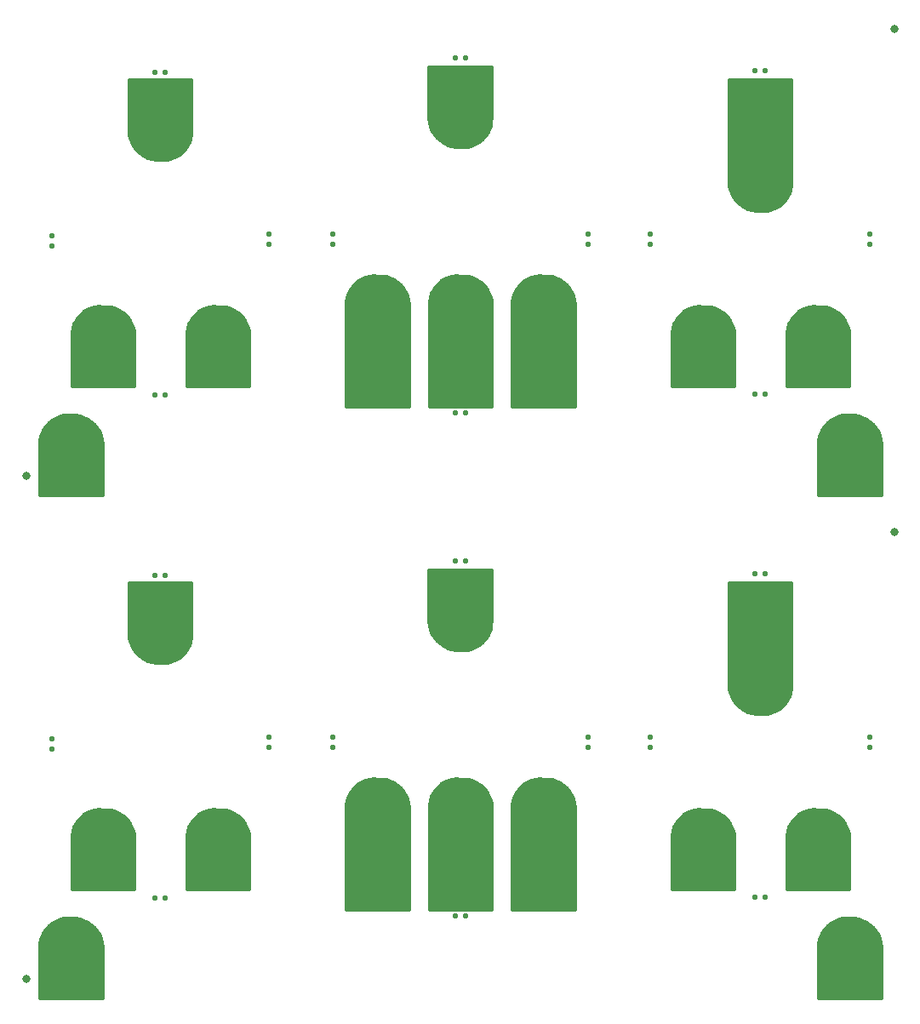
<source format=gbs>
G75*
%MOIN*%
%OFA0B0*%
%FSLAX25Y25*%
%IPPOS*%
%LPD*%
%AMOC8*
5,1,8,0,0,1.08239X$1,22.5*
%
%ADD10C,0.02300*%
%ADD11C,0.20800*%
%ADD12C,0.01000*%
%ADD13C,0.03300*%
D10*
X0089250Y0070250D03*
X0093250Y0070250D03*
X0133750Y0129250D03*
X0133750Y0133250D03*
X0158750Y0133250D03*
X0158750Y0129250D03*
X0206750Y0063250D03*
X0210750Y0063250D03*
X0258750Y0129250D03*
X0258750Y0133250D03*
X0283250Y0133250D03*
X0283250Y0129250D03*
X0324250Y0070750D03*
X0328250Y0070750D03*
X0369250Y0129250D03*
X0369250Y0133250D03*
X0328250Y0197250D03*
X0324250Y0197250D03*
X0324250Y0267750D03*
X0328250Y0267750D03*
X0369250Y0326250D03*
X0369250Y0330250D03*
X0328250Y0394250D03*
X0324250Y0394250D03*
X0283250Y0330250D03*
X0283250Y0326250D03*
X0258750Y0326250D03*
X0258750Y0330250D03*
X0210750Y0399250D03*
X0206750Y0399250D03*
X0158750Y0330250D03*
X0158750Y0326250D03*
X0133750Y0326250D03*
X0133750Y0330250D03*
X0093250Y0267250D03*
X0089250Y0267250D03*
X0048750Y0325750D03*
X0048750Y0329750D03*
X0089250Y0393750D03*
X0093250Y0393750D03*
X0206750Y0260250D03*
X0210750Y0260250D03*
X0210750Y0202250D03*
X0206750Y0202250D03*
X0093250Y0196750D03*
X0089250Y0196750D03*
X0048750Y0132750D03*
X0048750Y0128750D03*
D11*
X0068750Y0092750D03*
X0056250Y0050250D03*
X0113750Y0092750D03*
X0176250Y0081750D03*
X0176250Y0104750D03*
X0208750Y0104750D03*
X0208750Y0081750D03*
X0241250Y0081750D03*
X0241250Y0104750D03*
X0303750Y0092750D03*
X0348750Y0092750D03*
X0361250Y0050250D03*
X0326250Y0154750D03*
X0326250Y0177750D03*
X0361250Y0247250D03*
X0348750Y0289750D03*
X0303750Y0289750D03*
X0241250Y0278750D03*
X0241250Y0301750D03*
X0208750Y0301750D03*
X0208750Y0278750D03*
X0176250Y0278750D03*
X0176250Y0301750D03*
X0113750Y0289750D03*
X0068750Y0289750D03*
X0056250Y0247250D03*
X0091250Y0174750D03*
X0208750Y0179750D03*
X0326250Y0351750D03*
X0326250Y0374750D03*
X0208750Y0376750D03*
X0091250Y0371750D03*
D12*
X0103550Y0372238D02*
X0078750Y0372238D01*
X0078750Y0373236D02*
X0103550Y0373236D01*
X0103550Y0374235D02*
X0078750Y0374235D01*
X0078750Y0375233D02*
X0103550Y0375233D01*
X0103550Y0376232D02*
X0078750Y0376232D01*
X0078750Y0377230D02*
X0103550Y0377230D01*
X0103550Y0378229D02*
X0078750Y0378229D01*
X0078750Y0379227D02*
X0103550Y0379227D01*
X0103550Y0380226D02*
X0078750Y0380226D01*
X0078750Y0381224D02*
X0103550Y0381224D01*
X0103550Y0382223D02*
X0078750Y0382223D01*
X0078750Y0383222D02*
X0103550Y0383222D01*
X0103550Y0384220D02*
X0078750Y0384220D01*
X0078750Y0385219D02*
X0103550Y0385219D01*
X0103550Y0386217D02*
X0078750Y0386217D01*
X0078750Y0387216D02*
X0103550Y0387216D01*
X0103550Y0388214D02*
X0078750Y0388214D01*
X0078750Y0389213D02*
X0103550Y0389213D01*
X0103550Y0390211D02*
X0078750Y0390211D01*
X0078750Y0390950D02*
X0078750Y0370550D01*
X0078955Y0368877D01*
X0079397Y0367250D01*
X0080066Y0365702D01*
X0080948Y0364266D01*
X0082025Y0362969D01*
X0083276Y0361839D01*
X0084675Y0360899D01*
X0086194Y0360167D01*
X0087801Y0359659D01*
X0089465Y0359385D01*
X0091150Y0359350D01*
X0092750Y0359304D01*
X0094340Y0359484D01*
X0095889Y0359888D01*
X0097365Y0360507D01*
X0098738Y0361329D01*
X0099982Y0362337D01*
X0101070Y0363510D01*
X0101981Y0364826D01*
X0102697Y0366257D01*
X0103203Y0367776D01*
X0103490Y0369351D01*
X0103550Y0370950D01*
X0103550Y0390950D01*
X0078750Y0390950D01*
X0078750Y0371239D02*
X0103550Y0371239D01*
X0103523Y0370241D02*
X0078788Y0370241D01*
X0078911Y0369242D02*
X0103470Y0369242D01*
X0103288Y0368244D02*
X0079127Y0368244D01*
X0079399Y0367245D02*
X0103027Y0367245D01*
X0102692Y0366247D02*
X0079830Y0366247D01*
X0080344Y0365248D02*
X0102193Y0365248D01*
X0101582Y0364250D02*
X0080961Y0364250D01*
X0081791Y0363251D02*
X0100830Y0363251D01*
X0099878Y0362253D02*
X0082818Y0362253D01*
X0084146Y0361254D02*
X0098614Y0361254D01*
X0096765Y0360256D02*
X0086010Y0360256D01*
X0072199Y0301841D02*
X0073806Y0301333D01*
X0075325Y0300601D01*
X0076724Y0299661D01*
X0077975Y0298531D01*
X0079052Y0297234D01*
X0079934Y0295798D01*
X0080603Y0294250D01*
X0081045Y0292623D01*
X0081250Y0290950D01*
X0081250Y0270550D01*
X0056450Y0270550D01*
X0056450Y0290550D01*
X0056510Y0292149D01*
X0056797Y0293724D01*
X0057303Y0295243D01*
X0058019Y0296674D01*
X0058930Y0297990D01*
X0060018Y0299163D01*
X0061262Y0300171D01*
X0062635Y0300993D01*
X0064111Y0301612D01*
X0065660Y0302016D01*
X0067250Y0302196D01*
X0068850Y0302150D01*
X0070535Y0302115D01*
X0072199Y0301841D01*
X0073772Y0301344D02*
X0063472Y0301344D01*
X0061552Y0300345D02*
X0075706Y0300345D01*
X0077072Y0299347D02*
X0060244Y0299347D01*
X0059262Y0298348D02*
X0078127Y0298348D01*
X0078957Y0297350D02*
X0058486Y0297350D01*
X0057857Y0296351D02*
X0079595Y0296351D01*
X0080127Y0295353D02*
X0057358Y0295353D01*
X0057006Y0294354D02*
X0080558Y0294354D01*
X0080846Y0293355D02*
X0056730Y0293355D01*
X0056548Y0292357D02*
X0081077Y0292357D01*
X0081200Y0291358D02*
X0056481Y0291358D01*
X0056450Y0290360D02*
X0081250Y0290360D01*
X0081250Y0289361D02*
X0056450Y0289361D01*
X0056450Y0288363D02*
X0081250Y0288363D01*
X0081250Y0287364D02*
X0056450Y0287364D01*
X0056450Y0286366D02*
X0081250Y0286366D01*
X0081250Y0285367D02*
X0056450Y0285367D01*
X0056450Y0284369D02*
X0081250Y0284369D01*
X0081250Y0283370D02*
X0056450Y0283370D01*
X0056450Y0282372D02*
X0081250Y0282372D01*
X0081250Y0281373D02*
X0056450Y0281373D01*
X0056450Y0280375D02*
X0081250Y0280375D01*
X0081250Y0279376D02*
X0056450Y0279376D01*
X0056450Y0278378D02*
X0081250Y0278378D01*
X0081250Y0277379D02*
X0056450Y0277379D01*
X0056450Y0276381D02*
X0081250Y0276381D01*
X0081250Y0275382D02*
X0056450Y0275382D01*
X0056450Y0274384D02*
X0081250Y0274384D01*
X0081250Y0273385D02*
X0056450Y0273385D01*
X0056450Y0272387D02*
X0081250Y0272387D01*
X0081250Y0271388D02*
X0056450Y0271388D01*
X0056350Y0259650D02*
X0058035Y0259615D01*
X0059699Y0259341D01*
X0061306Y0258833D01*
X0062825Y0258101D01*
X0064224Y0257161D01*
X0065475Y0256031D01*
X0066552Y0254734D01*
X0067434Y0253298D01*
X0068103Y0251750D01*
X0068545Y0250123D01*
X0068750Y0248450D01*
X0068750Y0228050D01*
X0043950Y0228050D01*
X0043950Y0248050D01*
X0044010Y0249649D01*
X0044297Y0251224D01*
X0044803Y0252743D01*
X0045519Y0254174D01*
X0046430Y0255490D01*
X0047518Y0256663D01*
X0048762Y0257671D01*
X0050135Y0258493D01*
X0051611Y0259112D01*
X0053160Y0259516D01*
X0054750Y0259696D01*
X0056350Y0259650D01*
X0059304Y0259406D02*
X0052740Y0259406D01*
X0049993Y0258408D02*
X0062189Y0258408D01*
X0063854Y0257409D02*
X0048438Y0257409D01*
X0047284Y0256411D02*
X0065054Y0256411D01*
X0065989Y0255412D02*
X0046376Y0255412D01*
X0045684Y0254414D02*
X0066749Y0254414D01*
X0067362Y0253415D02*
X0045139Y0253415D01*
X0044694Y0252417D02*
X0067815Y0252417D01*
X0068193Y0251418D02*
X0044361Y0251418D01*
X0044150Y0250420D02*
X0068464Y0250420D01*
X0068631Y0249421D02*
X0044002Y0249421D01*
X0043964Y0248422D02*
X0068750Y0248422D01*
X0068750Y0247424D02*
X0043950Y0247424D01*
X0043950Y0246425D02*
X0068750Y0246425D01*
X0068750Y0245427D02*
X0043950Y0245427D01*
X0043950Y0244428D02*
X0068750Y0244428D01*
X0068750Y0243430D02*
X0043950Y0243430D01*
X0043950Y0242431D02*
X0068750Y0242431D01*
X0068750Y0241433D02*
X0043950Y0241433D01*
X0043950Y0240434D02*
X0068750Y0240434D01*
X0068750Y0239436D02*
X0043950Y0239436D01*
X0043950Y0238437D02*
X0068750Y0238437D01*
X0068750Y0237439D02*
X0043950Y0237439D01*
X0043950Y0236440D02*
X0068750Y0236440D01*
X0068750Y0235442D02*
X0043950Y0235442D01*
X0043950Y0234443D02*
X0068750Y0234443D01*
X0068750Y0233445D02*
X0043950Y0233445D01*
X0043950Y0232446D02*
X0068750Y0232446D01*
X0068750Y0231448D02*
X0043950Y0231448D01*
X0043950Y0230449D02*
X0068750Y0230449D01*
X0068750Y0229451D02*
X0043950Y0229451D01*
X0043950Y0228452D02*
X0068750Y0228452D01*
X0078750Y0193950D02*
X0078750Y0173550D01*
X0078955Y0171877D01*
X0079397Y0170250D01*
X0080066Y0168702D01*
X0080948Y0167266D01*
X0082025Y0165969D01*
X0083276Y0164839D01*
X0084675Y0163899D01*
X0086194Y0163167D01*
X0087801Y0162659D01*
X0089465Y0162385D01*
X0091150Y0162350D01*
X0092750Y0162304D01*
X0094340Y0162484D01*
X0095889Y0162888D01*
X0097365Y0163507D01*
X0098738Y0164329D01*
X0099982Y0165337D01*
X0101070Y0166510D01*
X0101981Y0167826D01*
X0102697Y0169257D01*
X0103203Y0170776D01*
X0103490Y0172351D01*
X0103550Y0173950D01*
X0103550Y0193950D01*
X0078750Y0193950D01*
X0078750Y0193504D02*
X0103550Y0193504D01*
X0103550Y0192506D02*
X0078750Y0192506D01*
X0078750Y0191507D02*
X0103550Y0191507D01*
X0103550Y0190509D02*
X0078750Y0190509D01*
X0078750Y0189510D02*
X0103550Y0189510D01*
X0103550Y0188512D02*
X0078750Y0188512D01*
X0078750Y0187513D02*
X0103550Y0187513D01*
X0103550Y0186515D02*
X0078750Y0186515D01*
X0078750Y0185516D02*
X0103550Y0185516D01*
X0103550Y0184518D02*
X0078750Y0184518D01*
X0078750Y0183519D02*
X0103550Y0183519D01*
X0103550Y0182521D02*
X0078750Y0182521D01*
X0078750Y0181522D02*
X0103550Y0181522D01*
X0103550Y0180524D02*
X0078750Y0180524D01*
X0078750Y0179525D02*
X0103550Y0179525D01*
X0103550Y0178527D02*
X0078750Y0178527D01*
X0078750Y0177528D02*
X0103550Y0177528D01*
X0103550Y0176530D02*
X0078750Y0176530D01*
X0078750Y0175531D02*
X0103550Y0175531D01*
X0103550Y0174533D02*
X0078750Y0174533D01*
X0078752Y0173534D02*
X0103534Y0173534D01*
X0103497Y0172536D02*
X0078875Y0172536D01*
X0079048Y0171537D02*
X0103342Y0171537D01*
X0103124Y0170539D02*
X0079319Y0170539D01*
X0079704Y0169540D02*
X0102792Y0169540D01*
X0102339Y0168542D02*
X0080164Y0168542D01*
X0080777Y0167543D02*
X0101786Y0167543D01*
X0101094Y0166545D02*
X0081547Y0166545D01*
X0082494Y0165546D02*
X0100176Y0165546D01*
X0099008Y0164548D02*
X0083710Y0164548D01*
X0085401Y0163549D02*
X0097435Y0163549D01*
X0094594Y0162551D02*
X0088459Y0162551D01*
X0072199Y0104841D02*
X0073806Y0104333D01*
X0075325Y0103601D01*
X0076724Y0102661D01*
X0077975Y0101531D01*
X0079052Y0100234D01*
X0079934Y0098798D01*
X0080603Y0097250D01*
X0081045Y0095623D01*
X0081250Y0093950D01*
X0081250Y0073550D01*
X0056450Y0073550D01*
X0056450Y0093550D01*
X0056510Y0095149D01*
X0056797Y0096724D01*
X0057303Y0098243D01*
X0058019Y0099674D01*
X0058930Y0100990D01*
X0060018Y0102163D01*
X0061262Y0103171D01*
X0062635Y0103993D01*
X0064111Y0104612D01*
X0065660Y0105016D01*
X0067250Y0105196D01*
X0068850Y0105150D01*
X0070535Y0105115D01*
X0072199Y0104841D01*
X0072845Y0104637D02*
X0064207Y0104637D01*
X0062043Y0103638D02*
X0075248Y0103638D01*
X0076747Y0102640D02*
X0060606Y0102640D01*
X0059534Y0101641D02*
X0077853Y0101641D01*
X0078713Y0100643D02*
X0058690Y0100643D01*
X0058004Y0099644D02*
X0079415Y0099644D01*
X0080000Y0098646D02*
X0057504Y0098646D01*
X0057104Y0097647D02*
X0080431Y0097647D01*
X0080766Y0096649D02*
X0056783Y0096649D01*
X0056601Y0095650D02*
X0081037Y0095650D01*
X0081164Y0094652D02*
X0056492Y0094652D01*
X0056454Y0093653D02*
X0081250Y0093653D01*
X0081250Y0092655D02*
X0056450Y0092655D01*
X0056450Y0091656D02*
X0081250Y0091656D01*
X0081250Y0090658D02*
X0056450Y0090658D01*
X0056450Y0089659D02*
X0081250Y0089659D01*
X0081250Y0088661D02*
X0056450Y0088661D01*
X0056450Y0087662D02*
X0081250Y0087662D01*
X0081250Y0086664D02*
X0056450Y0086664D01*
X0056450Y0085665D02*
X0081250Y0085665D01*
X0081250Y0084667D02*
X0056450Y0084667D01*
X0056450Y0083668D02*
X0081250Y0083668D01*
X0081250Y0082670D02*
X0056450Y0082670D01*
X0056450Y0081671D02*
X0081250Y0081671D01*
X0081250Y0080673D02*
X0056450Y0080673D01*
X0056450Y0079674D02*
X0081250Y0079674D01*
X0081250Y0078676D02*
X0056450Y0078676D01*
X0056450Y0077677D02*
X0081250Y0077677D01*
X0081250Y0076679D02*
X0056450Y0076679D01*
X0056450Y0075680D02*
X0081250Y0075680D01*
X0081250Y0074682D02*
X0056450Y0074682D01*
X0056450Y0073683D02*
X0081250Y0073683D01*
X0065475Y0059031D02*
X0066552Y0057734D01*
X0067434Y0056298D01*
X0068103Y0054750D01*
X0068545Y0053123D01*
X0068750Y0051450D01*
X0068750Y0031050D01*
X0043950Y0031050D01*
X0043950Y0051050D01*
X0044010Y0052649D01*
X0044297Y0054224D01*
X0044803Y0055743D01*
X0045519Y0057174D01*
X0046430Y0058490D01*
X0047518Y0059663D01*
X0048762Y0060671D01*
X0050135Y0061493D01*
X0051611Y0062112D01*
X0053160Y0062516D01*
X0054750Y0062696D01*
X0056350Y0062650D01*
X0058035Y0062615D01*
X0059699Y0062341D01*
X0061306Y0061833D01*
X0062825Y0061101D01*
X0064224Y0060161D01*
X0065475Y0059031D01*
X0065745Y0058705D02*
X0046630Y0058705D01*
X0045888Y0057707D02*
X0066569Y0057707D01*
X0067182Y0056708D02*
X0045286Y0056708D01*
X0044792Y0055710D02*
X0067688Y0055710D01*
X0068114Y0054711D02*
X0044459Y0054711D01*
X0044204Y0053713D02*
X0068384Y0053713D01*
X0068595Y0052714D02*
X0044022Y0052714D01*
X0043975Y0051716D02*
X0068717Y0051716D01*
X0068750Y0050717D02*
X0043950Y0050717D01*
X0043950Y0049719D02*
X0068750Y0049719D01*
X0068750Y0048720D02*
X0043950Y0048720D01*
X0043950Y0047722D02*
X0068750Y0047722D01*
X0068750Y0046723D02*
X0043950Y0046723D01*
X0043950Y0045725D02*
X0068750Y0045725D01*
X0068750Y0044726D02*
X0043950Y0044726D01*
X0043950Y0043728D02*
X0068750Y0043728D01*
X0068750Y0042729D02*
X0043950Y0042729D01*
X0043950Y0041731D02*
X0068750Y0041731D01*
X0068750Y0040732D02*
X0043950Y0040732D01*
X0043950Y0039734D02*
X0068750Y0039734D01*
X0068750Y0038735D02*
X0043950Y0038735D01*
X0043950Y0037737D02*
X0068750Y0037737D01*
X0068750Y0036738D02*
X0043950Y0036738D01*
X0043950Y0035740D02*
X0068750Y0035740D01*
X0068750Y0034741D02*
X0043950Y0034741D01*
X0043950Y0033743D02*
X0068750Y0033743D01*
X0068750Y0032744D02*
X0043950Y0032744D01*
X0043950Y0031746D02*
X0068750Y0031746D01*
X0064730Y0059704D02*
X0047568Y0059704D01*
X0048814Y0060702D02*
X0063418Y0060702D01*
X0061580Y0061701D02*
X0050631Y0061701D01*
X0101450Y0073550D02*
X0101450Y0093550D01*
X0101510Y0095149D01*
X0101797Y0096724D01*
X0102303Y0098243D01*
X0103019Y0099674D01*
X0103930Y0100990D01*
X0105018Y0102163D01*
X0106262Y0103171D01*
X0107635Y0103993D01*
X0109111Y0104612D01*
X0110660Y0105016D01*
X0112250Y0105196D01*
X0113850Y0105150D01*
X0115535Y0105115D01*
X0117199Y0104841D01*
X0118806Y0104333D01*
X0120325Y0103601D01*
X0121724Y0102661D01*
X0122975Y0101531D01*
X0124052Y0100234D01*
X0124934Y0098798D01*
X0125603Y0097250D01*
X0126045Y0095623D01*
X0126250Y0093950D01*
X0126250Y0073550D01*
X0101450Y0073550D01*
X0101450Y0073683D02*
X0126250Y0073683D01*
X0126250Y0074682D02*
X0101450Y0074682D01*
X0101450Y0075680D02*
X0126250Y0075680D01*
X0126250Y0076679D02*
X0101450Y0076679D01*
X0101450Y0077677D02*
X0126250Y0077677D01*
X0126250Y0078676D02*
X0101450Y0078676D01*
X0101450Y0079674D02*
X0126250Y0079674D01*
X0126250Y0080673D02*
X0101450Y0080673D01*
X0101450Y0081671D02*
X0126250Y0081671D01*
X0126250Y0082670D02*
X0101450Y0082670D01*
X0101450Y0083668D02*
X0126250Y0083668D01*
X0126250Y0084667D02*
X0101450Y0084667D01*
X0101450Y0085665D02*
X0126250Y0085665D01*
X0126250Y0086664D02*
X0101450Y0086664D01*
X0101450Y0087662D02*
X0126250Y0087662D01*
X0126250Y0088661D02*
X0101450Y0088661D01*
X0101450Y0089659D02*
X0126250Y0089659D01*
X0126250Y0090658D02*
X0101450Y0090658D01*
X0101450Y0091656D02*
X0126250Y0091656D01*
X0126250Y0092655D02*
X0101450Y0092655D01*
X0101454Y0093653D02*
X0126250Y0093653D01*
X0126164Y0094652D02*
X0101492Y0094652D01*
X0101601Y0095650D02*
X0126037Y0095650D01*
X0125766Y0096649D02*
X0101783Y0096649D01*
X0102104Y0097647D02*
X0125431Y0097647D01*
X0125000Y0098646D02*
X0102504Y0098646D01*
X0103004Y0099644D02*
X0124415Y0099644D01*
X0123713Y0100643D02*
X0103690Y0100643D01*
X0104534Y0101641D02*
X0122853Y0101641D01*
X0121747Y0102640D02*
X0105606Y0102640D01*
X0107043Y0103638D02*
X0120248Y0103638D01*
X0117845Y0104637D02*
X0109207Y0104637D01*
X0163950Y0104637D02*
X0188750Y0104637D01*
X0188750Y0105635D02*
X0163953Y0105635D01*
X0163950Y0105550D02*
X0164010Y0107149D01*
X0164297Y0108724D01*
X0164803Y0110243D01*
X0165519Y0111674D01*
X0166430Y0112990D01*
X0167518Y0114163D01*
X0168762Y0115171D01*
X0170135Y0115993D01*
X0171611Y0116612D01*
X0173160Y0117016D01*
X0174750Y0117196D01*
X0176350Y0117150D01*
X0178035Y0117115D01*
X0179699Y0116841D01*
X0181306Y0116333D01*
X0182825Y0115601D01*
X0184224Y0114661D01*
X0185475Y0113531D01*
X0186552Y0112234D01*
X0187434Y0110798D01*
X0188103Y0109250D01*
X0188545Y0107623D01*
X0188750Y0105950D01*
X0188750Y0065550D01*
X0163950Y0065550D01*
X0163950Y0105550D01*
X0163991Y0106634D02*
X0188666Y0106634D01*
X0188542Y0107632D02*
X0164098Y0107632D01*
X0164280Y0108631D02*
X0188271Y0108631D01*
X0187939Y0109629D02*
X0164598Y0109629D01*
X0164995Y0110628D02*
X0187508Y0110628D01*
X0186926Y0111626D02*
X0165495Y0111626D01*
X0166177Y0112625D02*
X0186228Y0112625D01*
X0185372Y0113623D02*
X0167017Y0113623D01*
X0168084Y0114622D02*
X0184267Y0114622D01*
X0182785Y0115620D02*
X0169513Y0115620D01*
X0171639Y0116619D02*
X0180401Y0116619D01*
X0188750Y0103638D02*
X0163950Y0103638D01*
X0163950Y0102640D02*
X0188750Y0102640D01*
X0188750Y0101641D02*
X0163950Y0101641D01*
X0163950Y0100643D02*
X0188750Y0100643D01*
X0188750Y0099644D02*
X0163950Y0099644D01*
X0163950Y0098646D02*
X0188750Y0098646D01*
X0188750Y0097647D02*
X0163950Y0097647D01*
X0163950Y0096649D02*
X0188750Y0096649D01*
X0188750Y0095650D02*
X0163950Y0095650D01*
X0163950Y0094652D02*
X0188750Y0094652D01*
X0188750Y0093653D02*
X0163950Y0093653D01*
X0163950Y0092655D02*
X0188750Y0092655D01*
X0188750Y0091656D02*
X0163950Y0091656D01*
X0163950Y0090658D02*
X0188750Y0090658D01*
X0188750Y0089659D02*
X0163950Y0089659D01*
X0163950Y0088661D02*
X0188750Y0088661D01*
X0188750Y0087662D02*
X0163950Y0087662D01*
X0163950Y0086664D02*
X0188750Y0086664D01*
X0188750Y0085665D02*
X0163950Y0085665D01*
X0163950Y0084667D02*
X0188750Y0084667D01*
X0188750Y0083668D02*
X0163950Y0083668D01*
X0163950Y0082670D02*
X0188750Y0082670D01*
X0188750Y0081671D02*
X0163950Y0081671D01*
X0163950Y0080673D02*
X0188750Y0080673D01*
X0188750Y0079674D02*
X0163950Y0079674D01*
X0163950Y0078676D02*
X0188750Y0078676D01*
X0188750Y0077677D02*
X0163950Y0077677D01*
X0163950Y0076679D02*
X0188750Y0076679D01*
X0188750Y0075680D02*
X0163950Y0075680D01*
X0163950Y0074682D02*
X0188750Y0074682D01*
X0188750Y0073683D02*
X0163950Y0073683D01*
X0163950Y0072684D02*
X0188750Y0072684D01*
X0188750Y0071686D02*
X0163950Y0071686D01*
X0163950Y0070687D02*
X0188750Y0070687D01*
X0188750Y0069689D02*
X0163950Y0069689D01*
X0163950Y0068690D02*
X0188750Y0068690D01*
X0188750Y0067692D02*
X0163950Y0067692D01*
X0163950Y0066693D02*
X0188750Y0066693D01*
X0188750Y0065695D02*
X0163950Y0065695D01*
X0196450Y0065695D02*
X0221250Y0065695D01*
X0221250Y0065550D02*
X0221250Y0105950D01*
X0221045Y0107623D01*
X0220603Y0109250D01*
X0219934Y0110798D01*
X0219052Y0112234D01*
X0217975Y0113531D01*
X0216724Y0114661D01*
X0215325Y0115601D01*
X0213806Y0116333D01*
X0212199Y0116841D01*
X0210535Y0117115D01*
X0208850Y0117150D01*
X0207250Y0117196D01*
X0205660Y0117016D01*
X0204111Y0116612D01*
X0202635Y0115993D01*
X0201262Y0115171D01*
X0200018Y0114163D01*
X0198930Y0112990D01*
X0198019Y0111674D01*
X0197303Y0110243D01*
X0196797Y0108724D01*
X0196510Y0107149D01*
X0196450Y0105550D01*
X0196450Y0065550D01*
X0221250Y0065550D01*
X0221250Y0066693D02*
X0196450Y0066693D01*
X0196450Y0067692D02*
X0221250Y0067692D01*
X0221250Y0068690D02*
X0196450Y0068690D01*
X0196450Y0069689D02*
X0221250Y0069689D01*
X0221250Y0070687D02*
X0196450Y0070687D01*
X0196450Y0071686D02*
X0221250Y0071686D01*
X0221250Y0072684D02*
X0196450Y0072684D01*
X0196450Y0073683D02*
X0221250Y0073683D01*
X0221250Y0074682D02*
X0196450Y0074682D01*
X0196450Y0075680D02*
X0221250Y0075680D01*
X0221250Y0076679D02*
X0196450Y0076679D01*
X0196450Y0077677D02*
X0221250Y0077677D01*
X0221250Y0078676D02*
X0196450Y0078676D01*
X0196450Y0079674D02*
X0221250Y0079674D01*
X0221250Y0080673D02*
X0196450Y0080673D01*
X0196450Y0081671D02*
X0221250Y0081671D01*
X0221250Y0082670D02*
X0196450Y0082670D01*
X0196450Y0083668D02*
X0221250Y0083668D01*
X0221250Y0084667D02*
X0196450Y0084667D01*
X0196450Y0085665D02*
X0221250Y0085665D01*
X0221250Y0086664D02*
X0196450Y0086664D01*
X0196450Y0087662D02*
X0221250Y0087662D01*
X0221250Y0088661D02*
X0196450Y0088661D01*
X0196450Y0089659D02*
X0221250Y0089659D01*
X0221250Y0090658D02*
X0196450Y0090658D01*
X0196450Y0091656D02*
X0221250Y0091656D01*
X0221250Y0092655D02*
X0196450Y0092655D01*
X0196450Y0093653D02*
X0221250Y0093653D01*
X0221250Y0094652D02*
X0196450Y0094652D01*
X0196450Y0095650D02*
X0221250Y0095650D01*
X0221250Y0096649D02*
X0196450Y0096649D01*
X0196450Y0097647D02*
X0221250Y0097647D01*
X0221250Y0098646D02*
X0196450Y0098646D01*
X0196450Y0099644D02*
X0221250Y0099644D01*
X0221250Y0100643D02*
X0196450Y0100643D01*
X0196450Y0101641D02*
X0221250Y0101641D01*
X0221250Y0102640D02*
X0196450Y0102640D01*
X0196450Y0103638D02*
X0221250Y0103638D01*
X0221250Y0104637D02*
X0196450Y0104637D01*
X0196453Y0105635D02*
X0221250Y0105635D01*
X0221166Y0106634D02*
X0196491Y0106634D01*
X0196598Y0107632D02*
X0221042Y0107632D01*
X0220771Y0108631D02*
X0196780Y0108631D01*
X0197098Y0109629D02*
X0220439Y0109629D01*
X0220008Y0110628D02*
X0197495Y0110628D01*
X0197995Y0111626D02*
X0219426Y0111626D01*
X0218728Y0112625D02*
X0198677Y0112625D01*
X0199517Y0113623D02*
X0217872Y0113623D01*
X0216767Y0114622D02*
X0200584Y0114622D01*
X0202013Y0115620D02*
X0215285Y0115620D01*
X0212901Y0116619D02*
X0204139Y0116619D01*
X0229297Y0108724D02*
X0229010Y0107149D01*
X0228950Y0105550D01*
X0228950Y0065550D01*
X0253750Y0065550D01*
X0253750Y0105950D01*
X0253545Y0107623D01*
X0253103Y0109250D01*
X0252434Y0110798D01*
X0251552Y0112234D01*
X0250475Y0113531D01*
X0249224Y0114661D01*
X0247825Y0115601D01*
X0246306Y0116333D01*
X0244699Y0116841D01*
X0243035Y0117115D01*
X0241350Y0117150D01*
X0239750Y0117196D01*
X0238160Y0117016D01*
X0236611Y0116612D01*
X0235135Y0115993D01*
X0233762Y0115171D01*
X0232518Y0114163D01*
X0231430Y0112990D01*
X0230519Y0111674D01*
X0229803Y0110243D01*
X0229297Y0108724D01*
X0229280Y0108631D02*
X0253271Y0108631D01*
X0253542Y0107632D02*
X0229098Y0107632D01*
X0228991Y0106634D02*
X0253666Y0106634D01*
X0253750Y0105635D02*
X0228953Y0105635D01*
X0228950Y0104637D02*
X0253750Y0104637D01*
X0253750Y0103638D02*
X0228950Y0103638D01*
X0228950Y0102640D02*
X0253750Y0102640D01*
X0253750Y0101641D02*
X0228950Y0101641D01*
X0228950Y0100643D02*
X0253750Y0100643D01*
X0253750Y0099644D02*
X0228950Y0099644D01*
X0228950Y0098646D02*
X0253750Y0098646D01*
X0253750Y0097647D02*
X0228950Y0097647D01*
X0228950Y0096649D02*
X0253750Y0096649D01*
X0253750Y0095650D02*
X0228950Y0095650D01*
X0228950Y0094652D02*
X0253750Y0094652D01*
X0253750Y0093653D02*
X0228950Y0093653D01*
X0228950Y0092655D02*
X0253750Y0092655D01*
X0253750Y0091656D02*
X0228950Y0091656D01*
X0228950Y0090658D02*
X0253750Y0090658D01*
X0253750Y0089659D02*
X0228950Y0089659D01*
X0228950Y0088661D02*
X0253750Y0088661D01*
X0253750Y0087662D02*
X0228950Y0087662D01*
X0228950Y0086664D02*
X0253750Y0086664D01*
X0253750Y0085665D02*
X0228950Y0085665D01*
X0228950Y0084667D02*
X0253750Y0084667D01*
X0253750Y0083668D02*
X0228950Y0083668D01*
X0228950Y0082670D02*
X0253750Y0082670D01*
X0253750Y0081671D02*
X0228950Y0081671D01*
X0228950Y0080673D02*
X0253750Y0080673D01*
X0253750Y0079674D02*
X0228950Y0079674D01*
X0228950Y0078676D02*
X0253750Y0078676D01*
X0253750Y0077677D02*
X0228950Y0077677D01*
X0228950Y0076679D02*
X0253750Y0076679D01*
X0253750Y0075680D02*
X0228950Y0075680D01*
X0228950Y0074682D02*
X0253750Y0074682D01*
X0253750Y0073683D02*
X0228950Y0073683D01*
X0228950Y0072684D02*
X0253750Y0072684D01*
X0253750Y0071686D02*
X0228950Y0071686D01*
X0228950Y0070687D02*
X0253750Y0070687D01*
X0253750Y0069689D02*
X0228950Y0069689D01*
X0228950Y0068690D02*
X0253750Y0068690D01*
X0253750Y0067692D02*
X0228950Y0067692D01*
X0228950Y0066693D02*
X0253750Y0066693D01*
X0253750Y0065695D02*
X0228950Y0065695D01*
X0229598Y0109629D02*
X0252939Y0109629D01*
X0252508Y0110628D02*
X0229995Y0110628D01*
X0230495Y0111626D02*
X0251926Y0111626D01*
X0251228Y0112625D02*
X0231177Y0112625D01*
X0232017Y0113623D02*
X0250372Y0113623D01*
X0249267Y0114622D02*
X0233084Y0114622D01*
X0234513Y0115620D02*
X0247785Y0115620D01*
X0245401Y0116619D02*
X0236639Y0116619D01*
X0214865Y0168507D02*
X0213389Y0167888D01*
X0211840Y0167484D01*
X0210250Y0167304D01*
X0208650Y0167350D01*
X0206965Y0167385D01*
X0205301Y0167659D01*
X0203694Y0168167D01*
X0202175Y0168899D01*
X0200776Y0169839D01*
X0199525Y0170969D01*
X0198448Y0172266D01*
X0197566Y0173702D01*
X0196897Y0175250D01*
X0196455Y0176877D01*
X0196250Y0178550D01*
X0196250Y0198950D01*
X0221050Y0198950D01*
X0221050Y0178950D01*
X0220990Y0177351D01*
X0220703Y0175776D01*
X0220197Y0174257D01*
X0219481Y0172826D01*
X0218570Y0171510D01*
X0217482Y0170337D01*
X0216238Y0169329D01*
X0214865Y0168507D01*
X0214922Y0168542D02*
X0202917Y0168542D01*
X0201221Y0169540D02*
X0216499Y0169540D01*
X0217669Y0170539D02*
X0200002Y0170539D01*
X0199053Y0171537D02*
X0218589Y0171537D01*
X0219280Y0172536D02*
X0198282Y0172536D01*
X0197669Y0173534D02*
X0219836Y0173534D01*
X0220289Y0174533D02*
X0197207Y0174533D01*
X0196821Y0175531D02*
X0220622Y0175531D01*
X0220840Y0176530D02*
X0196550Y0176530D01*
X0196376Y0177528D02*
X0220996Y0177528D01*
X0221034Y0178527D02*
X0196253Y0178527D01*
X0196250Y0179525D02*
X0221050Y0179525D01*
X0221050Y0180524D02*
X0196250Y0180524D01*
X0196250Y0181522D02*
X0221050Y0181522D01*
X0221050Y0182521D02*
X0196250Y0182521D01*
X0196250Y0183519D02*
X0221050Y0183519D01*
X0221050Y0184518D02*
X0196250Y0184518D01*
X0196250Y0185516D02*
X0221050Y0185516D01*
X0221050Y0186515D02*
X0196250Y0186515D01*
X0196250Y0187513D02*
X0221050Y0187513D01*
X0221050Y0188512D02*
X0196250Y0188512D01*
X0196250Y0189510D02*
X0221050Y0189510D01*
X0221050Y0190509D02*
X0196250Y0190509D01*
X0196250Y0191507D02*
X0221050Y0191507D01*
X0221050Y0192506D02*
X0196250Y0192506D01*
X0196250Y0193504D02*
X0221050Y0193504D01*
X0221050Y0194503D02*
X0196250Y0194503D01*
X0196250Y0195501D02*
X0221050Y0195501D01*
X0221050Y0196500D02*
X0196250Y0196500D01*
X0196250Y0197498D02*
X0221050Y0197498D01*
X0221050Y0198497D02*
X0196250Y0198497D01*
X0206004Y0167543D02*
X0212065Y0167543D01*
X0293930Y0100990D02*
X0295018Y0102163D01*
X0296262Y0103171D01*
X0297635Y0103993D01*
X0299111Y0104612D01*
X0300660Y0105016D01*
X0302250Y0105196D01*
X0303850Y0105150D01*
X0305535Y0105115D01*
X0307199Y0104841D01*
X0308806Y0104333D01*
X0310325Y0103601D01*
X0311724Y0102661D01*
X0312975Y0101531D01*
X0314052Y0100234D01*
X0314934Y0098798D01*
X0315603Y0097250D01*
X0316045Y0095623D01*
X0316250Y0093950D01*
X0316250Y0073550D01*
X0291450Y0073550D01*
X0291450Y0093550D01*
X0291510Y0095149D01*
X0291797Y0096724D01*
X0292303Y0098243D01*
X0293019Y0099674D01*
X0293930Y0100990D01*
X0293690Y0100643D02*
X0313713Y0100643D01*
X0314415Y0099644D02*
X0293004Y0099644D01*
X0292504Y0098646D02*
X0315000Y0098646D01*
X0315431Y0097647D02*
X0292104Y0097647D01*
X0291783Y0096649D02*
X0315766Y0096649D01*
X0316037Y0095650D02*
X0291601Y0095650D01*
X0291492Y0094652D02*
X0316164Y0094652D01*
X0316250Y0093653D02*
X0291454Y0093653D01*
X0291450Y0092655D02*
X0316250Y0092655D01*
X0316250Y0091656D02*
X0291450Y0091656D01*
X0291450Y0090658D02*
X0316250Y0090658D01*
X0316250Y0089659D02*
X0291450Y0089659D01*
X0291450Y0088661D02*
X0316250Y0088661D01*
X0316250Y0087662D02*
X0291450Y0087662D01*
X0291450Y0086664D02*
X0316250Y0086664D01*
X0316250Y0085665D02*
X0291450Y0085665D01*
X0291450Y0084667D02*
X0316250Y0084667D01*
X0316250Y0083668D02*
X0291450Y0083668D01*
X0291450Y0082670D02*
X0316250Y0082670D01*
X0316250Y0081671D02*
X0291450Y0081671D01*
X0291450Y0080673D02*
X0316250Y0080673D01*
X0316250Y0079674D02*
X0291450Y0079674D01*
X0291450Y0078676D02*
X0316250Y0078676D01*
X0316250Y0077677D02*
X0291450Y0077677D01*
X0291450Y0076679D02*
X0316250Y0076679D01*
X0316250Y0075680D02*
X0291450Y0075680D01*
X0291450Y0074682D02*
X0316250Y0074682D01*
X0316250Y0073683D02*
X0291450Y0073683D01*
X0294534Y0101641D02*
X0312853Y0101641D01*
X0311747Y0102640D02*
X0295606Y0102640D01*
X0297043Y0103638D02*
X0310248Y0103638D01*
X0307845Y0104637D02*
X0299207Y0104637D01*
X0336797Y0096724D02*
X0337303Y0098243D01*
X0338019Y0099674D01*
X0338930Y0100990D01*
X0340018Y0102163D01*
X0341262Y0103171D01*
X0342635Y0103993D01*
X0344111Y0104612D01*
X0345660Y0105016D01*
X0347250Y0105196D01*
X0348850Y0105150D01*
X0350535Y0105115D01*
X0352199Y0104841D01*
X0353806Y0104333D01*
X0355325Y0103601D01*
X0356724Y0102661D01*
X0357975Y0101531D01*
X0359052Y0100234D01*
X0359934Y0098798D01*
X0360603Y0097250D01*
X0361045Y0095623D01*
X0361250Y0093950D01*
X0361250Y0073550D01*
X0336450Y0073550D01*
X0336450Y0093550D01*
X0336510Y0095149D01*
X0336797Y0096724D01*
X0336783Y0096649D02*
X0360766Y0096649D01*
X0361037Y0095650D02*
X0336601Y0095650D01*
X0336492Y0094652D02*
X0361164Y0094652D01*
X0361250Y0093653D02*
X0336454Y0093653D01*
X0336450Y0092655D02*
X0361250Y0092655D01*
X0361250Y0091656D02*
X0336450Y0091656D01*
X0336450Y0090658D02*
X0361250Y0090658D01*
X0361250Y0089659D02*
X0336450Y0089659D01*
X0336450Y0088661D02*
X0361250Y0088661D01*
X0361250Y0087662D02*
X0336450Y0087662D01*
X0336450Y0086664D02*
X0361250Y0086664D01*
X0361250Y0085665D02*
X0336450Y0085665D01*
X0336450Y0084667D02*
X0361250Y0084667D01*
X0361250Y0083668D02*
X0336450Y0083668D01*
X0336450Y0082670D02*
X0361250Y0082670D01*
X0361250Y0081671D02*
X0336450Y0081671D01*
X0336450Y0080673D02*
X0361250Y0080673D01*
X0361250Y0079674D02*
X0336450Y0079674D01*
X0336450Y0078676D02*
X0361250Y0078676D01*
X0361250Y0077677D02*
X0336450Y0077677D01*
X0336450Y0076679D02*
X0361250Y0076679D01*
X0361250Y0075680D02*
X0336450Y0075680D01*
X0336450Y0074682D02*
X0361250Y0074682D01*
X0361250Y0073683D02*
X0336450Y0073683D01*
X0352518Y0059663D02*
X0353762Y0060671D01*
X0355135Y0061493D01*
X0356611Y0062112D01*
X0358160Y0062516D01*
X0359750Y0062696D01*
X0361350Y0062650D01*
X0363035Y0062615D01*
X0364699Y0062341D01*
X0366306Y0061833D01*
X0367825Y0061101D01*
X0369224Y0060161D01*
X0370475Y0059031D01*
X0371552Y0057734D01*
X0372434Y0056298D01*
X0373103Y0054750D01*
X0373545Y0053123D01*
X0373750Y0051450D01*
X0373750Y0031050D01*
X0348950Y0031050D01*
X0348950Y0051050D01*
X0349010Y0052649D01*
X0349297Y0054224D01*
X0349803Y0055743D01*
X0350519Y0057174D01*
X0351430Y0058490D01*
X0352518Y0059663D01*
X0352568Y0059704D02*
X0369730Y0059704D01*
X0370745Y0058705D02*
X0351630Y0058705D01*
X0350888Y0057707D02*
X0371569Y0057707D01*
X0372182Y0056708D02*
X0350286Y0056708D01*
X0349792Y0055710D02*
X0372688Y0055710D01*
X0373114Y0054711D02*
X0349459Y0054711D01*
X0349204Y0053713D02*
X0373384Y0053713D01*
X0373595Y0052714D02*
X0349022Y0052714D01*
X0348975Y0051716D02*
X0373717Y0051716D01*
X0373750Y0050717D02*
X0348950Y0050717D01*
X0348950Y0049719D02*
X0373750Y0049719D01*
X0373750Y0048720D02*
X0348950Y0048720D01*
X0348950Y0047722D02*
X0373750Y0047722D01*
X0373750Y0046723D02*
X0348950Y0046723D01*
X0348950Y0045725D02*
X0373750Y0045725D01*
X0373750Y0044726D02*
X0348950Y0044726D01*
X0348950Y0043728D02*
X0373750Y0043728D01*
X0373750Y0042729D02*
X0348950Y0042729D01*
X0348950Y0041731D02*
X0373750Y0041731D01*
X0373750Y0040732D02*
X0348950Y0040732D01*
X0348950Y0039734D02*
X0373750Y0039734D01*
X0373750Y0038735D02*
X0348950Y0038735D01*
X0348950Y0037737D02*
X0373750Y0037737D01*
X0373750Y0036738D02*
X0348950Y0036738D01*
X0348950Y0035740D02*
X0373750Y0035740D01*
X0373750Y0034741D02*
X0348950Y0034741D01*
X0348950Y0033743D02*
X0373750Y0033743D01*
X0373750Y0032744D02*
X0348950Y0032744D01*
X0348950Y0031746D02*
X0373750Y0031746D01*
X0368418Y0060702D02*
X0353814Y0060702D01*
X0355631Y0061701D02*
X0366580Y0061701D01*
X0360431Y0097647D02*
X0337104Y0097647D01*
X0337504Y0098646D02*
X0360000Y0098646D01*
X0359415Y0099644D02*
X0338004Y0099644D01*
X0338690Y0100643D02*
X0358713Y0100643D01*
X0357853Y0101641D02*
X0339534Y0101641D01*
X0340606Y0102640D02*
X0356747Y0102640D01*
X0355248Y0103638D02*
X0342043Y0103638D01*
X0344207Y0104637D02*
X0352845Y0104637D01*
X0332365Y0143507D02*
X0330889Y0142888D01*
X0329340Y0142484D01*
X0327750Y0142304D01*
X0326150Y0142350D01*
X0324465Y0142385D01*
X0322801Y0142659D01*
X0321194Y0143167D01*
X0319675Y0143899D01*
X0318276Y0144839D01*
X0317025Y0145969D01*
X0315948Y0147266D01*
X0315066Y0148702D01*
X0314397Y0150250D01*
X0313955Y0151877D01*
X0313750Y0153550D01*
X0313750Y0193950D01*
X0338550Y0193950D01*
X0338550Y0153950D01*
X0338490Y0152351D01*
X0338203Y0150776D01*
X0337697Y0149257D01*
X0336981Y0147826D01*
X0336070Y0146510D01*
X0334982Y0145337D01*
X0333738Y0144329D01*
X0332365Y0143507D01*
X0332484Y0143579D02*
X0320339Y0143579D01*
X0318666Y0144577D02*
X0334045Y0144577D01*
X0335204Y0145576D02*
X0317461Y0145576D01*
X0316522Y0146574D02*
X0336115Y0146574D01*
X0336806Y0147573D02*
X0315759Y0147573D01*
X0315146Y0148571D02*
X0337354Y0148571D01*
X0337801Y0149570D02*
X0314691Y0149570D01*
X0314311Y0150568D02*
X0338134Y0150568D01*
X0338347Y0151567D02*
X0314040Y0151567D01*
X0313871Y0152565D02*
X0338498Y0152565D01*
X0338535Y0153564D02*
X0313750Y0153564D01*
X0313750Y0154562D02*
X0338550Y0154562D01*
X0338550Y0155561D02*
X0313750Y0155561D01*
X0313750Y0156559D02*
X0338550Y0156559D01*
X0338550Y0157558D02*
X0313750Y0157558D01*
X0313750Y0158556D02*
X0338550Y0158556D01*
X0338550Y0159555D02*
X0313750Y0159555D01*
X0313750Y0160553D02*
X0338550Y0160553D01*
X0338550Y0161552D02*
X0313750Y0161552D01*
X0313750Y0162551D02*
X0338550Y0162551D01*
X0338550Y0163549D02*
X0313750Y0163549D01*
X0313750Y0164548D02*
X0338550Y0164548D01*
X0338550Y0165546D02*
X0313750Y0165546D01*
X0313750Y0166545D02*
X0338550Y0166545D01*
X0338550Y0167543D02*
X0313750Y0167543D01*
X0313750Y0168542D02*
X0338550Y0168542D01*
X0338550Y0169540D02*
X0313750Y0169540D01*
X0313750Y0170539D02*
X0338550Y0170539D01*
X0338550Y0171537D02*
X0313750Y0171537D01*
X0313750Y0172536D02*
X0338550Y0172536D01*
X0338550Y0173534D02*
X0313750Y0173534D01*
X0313750Y0174533D02*
X0338550Y0174533D01*
X0338550Y0175531D02*
X0313750Y0175531D01*
X0313750Y0176530D02*
X0338550Y0176530D01*
X0338550Y0177528D02*
X0313750Y0177528D01*
X0313750Y0178527D02*
X0338550Y0178527D01*
X0338550Y0179525D02*
X0313750Y0179525D01*
X0313750Y0180524D02*
X0338550Y0180524D01*
X0338550Y0181522D02*
X0313750Y0181522D01*
X0313750Y0182521D02*
X0338550Y0182521D01*
X0338550Y0183519D02*
X0313750Y0183519D01*
X0313750Y0184518D02*
X0338550Y0184518D01*
X0338550Y0185516D02*
X0313750Y0185516D01*
X0313750Y0186515D02*
X0338550Y0186515D01*
X0338550Y0187513D02*
X0313750Y0187513D01*
X0313750Y0188512D02*
X0338550Y0188512D01*
X0338550Y0189510D02*
X0313750Y0189510D01*
X0313750Y0190509D02*
X0338550Y0190509D01*
X0338550Y0191507D02*
X0313750Y0191507D01*
X0313750Y0192506D02*
X0338550Y0192506D01*
X0338550Y0193504D02*
X0313750Y0193504D01*
X0348950Y0228050D02*
X0348950Y0248050D01*
X0349010Y0249649D01*
X0349297Y0251224D01*
X0349803Y0252743D01*
X0350519Y0254174D01*
X0351430Y0255490D01*
X0352518Y0256663D01*
X0353762Y0257671D01*
X0355135Y0258493D01*
X0356611Y0259112D01*
X0358160Y0259516D01*
X0359750Y0259696D01*
X0361350Y0259650D01*
X0363035Y0259615D01*
X0364699Y0259341D01*
X0366306Y0258833D01*
X0367825Y0258101D01*
X0369224Y0257161D01*
X0370475Y0256031D01*
X0371552Y0254734D01*
X0372434Y0253298D01*
X0373103Y0251750D01*
X0373545Y0250123D01*
X0373750Y0248450D01*
X0373750Y0228050D01*
X0348950Y0228050D01*
X0348950Y0228452D02*
X0373750Y0228452D01*
X0373750Y0229451D02*
X0348950Y0229451D01*
X0348950Y0230449D02*
X0373750Y0230449D01*
X0373750Y0231448D02*
X0348950Y0231448D01*
X0348950Y0232446D02*
X0373750Y0232446D01*
X0373750Y0233445D02*
X0348950Y0233445D01*
X0348950Y0234443D02*
X0373750Y0234443D01*
X0373750Y0235442D02*
X0348950Y0235442D01*
X0348950Y0236440D02*
X0373750Y0236440D01*
X0373750Y0237439D02*
X0348950Y0237439D01*
X0348950Y0238437D02*
X0373750Y0238437D01*
X0373750Y0239436D02*
X0348950Y0239436D01*
X0348950Y0240434D02*
X0373750Y0240434D01*
X0373750Y0241433D02*
X0348950Y0241433D01*
X0348950Y0242431D02*
X0373750Y0242431D01*
X0373750Y0243430D02*
X0348950Y0243430D01*
X0348950Y0244428D02*
X0373750Y0244428D01*
X0373750Y0245427D02*
X0348950Y0245427D01*
X0348950Y0246425D02*
X0373750Y0246425D01*
X0373750Y0247424D02*
X0348950Y0247424D01*
X0348964Y0248422D02*
X0373750Y0248422D01*
X0373631Y0249421D02*
X0349002Y0249421D01*
X0349150Y0250420D02*
X0373464Y0250420D01*
X0373193Y0251418D02*
X0349361Y0251418D01*
X0349694Y0252417D02*
X0372815Y0252417D01*
X0372362Y0253415D02*
X0350139Y0253415D01*
X0350684Y0254414D02*
X0371749Y0254414D01*
X0370989Y0255412D02*
X0351376Y0255412D01*
X0352284Y0256411D02*
X0370054Y0256411D01*
X0368854Y0257409D02*
X0353438Y0257409D01*
X0354993Y0258408D02*
X0367189Y0258408D01*
X0364304Y0259406D02*
X0357740Y0259406D01*
X0361250Y0270550D02*
X0361250Y0290950D01*
X0361045Y0292623D01*
X0360603Y0294250D01*
X0359934Y0295798D01*
X0359052Y0297234D01*
X0357975Y0298531D01*
X0356724Y0299661D01*
X0355325Y0300601D01*
X0353806Y0301333D01*
X0352199Y0301841D01*
X0350535Y0302115D01*
X0348850Y0302150D01*
X0347250Y0302196D01*
X0345660Y0302016D01*
X0344111Y0301612D01*
X0342635Y0300993D01*
X0341262Y0300171D01*
X0340018Y0299163D01*
X0338930Y0297990D01*
X0338019Y0296674D01*
X0337303Y0295243D01*
X0336797Y0293724D01*
X0336510Y0292149D01*
X0336450Y0290550D01*
X0336450Y0270550D01*
X0361250Y0270550D01*
X0361250Y0271388D02*
X0336450Y0271388D01*
X0336450Y0272387D02*
X0361250Y0272387D01*
X0361250Y0273385D02*
X0336450Y0273385D01*
X0336450Y0274384D02*
X0361250Y0274384D01*
X0361250Y0275382D02*
X0336450Y0275382D01*
X0336450Y0276381D02*
X0361250Y0276381D01*
X0361250Y0277379D02*
X0336450Y0277379D01*
X0336450Y0278378D02*
X0361250Y0278378D01*
X0361250Y0279376D02*
X0336450Y0279376D01*
X0336450Y0280375D02*
X0361250Y0280375D01*
X0361250Y0281373D02*
X0336450Y0281373D01*
X0336450Y0282372D02*
X0361250Y0282372D01*
X0361250Y0283370D02*
X0336450Y0283370D01*
X0336450Y0284369D02*
X0361250Y0284369D01*
X0361250Y0285367D02*
X0336450Y0285367D01*
X0336450Y0286366D02*
X0361250Y0286366D01*
X0361250Y0287364D02*
X0336450Y0287364D01*
X0336450Y0288363D02*
X0361250Y0288363D01*
X0361250Y0289361D02*
X0336450Y0289361D01*
X0336450Y0290360D02*
X0361250Y0290360D01*
X0361200Y0291358D02*
X0336481Y0291358D01*
X0336548Y0292357D02*
X0361077Y0292357D01*
X0360846Y0293355D02*
X0336730Y0293355D01*
X0337006Y0294354D02*
X0360558Y0294354D01*
X0360127Y0295353D02*
X0337358Y0295353D01*
X0337857Y0296351D02*
X0359595Y0296351D01*
X0358957Y0297350D02*
X0338486Y0297350D01*
X0339262Y0298348D02*
X0358127Y0298348D01*
X0357072Y0299347D02*
X0340244Y0299347D01*
X0341552Y0300345D02*
X0355706Y0300345D01*
X0353772Y0301344D02*
X0343472Y0301344D01*
X0315603Y0294250D02*
X0316045Y0292623D01*
X0316250Y0290950D01*
X0316250Y0270550D01*
X0291450Y0270550D01*
X0291450Y0290550D01*
X0291510Y0292149D01*
X0291797Y0293724D01*
X0292303Y0295243D01*
X0293019Y0296674D01*
X0293930Y0297990D01*
X0295018Y0299163D01*
X0296262Y0300171D01*
X0297635Y0300993D01*
X0299111Y0301612D01*
X0300660Y0302016D01*
X0302250Y0302196D01*
X0303850Y0302150D01*
X0305535Y0302115D01*
X0307199Y0301841D01*
X0308806Y0301333D01*
X0310325Y0300601D01*
X0311724Y0299661D01*
X0312975Y0298531D01*
X0314052Y0297234D01*
X0314934Y0295798D01*
X0315603Y0294250D01*
X0315558Y0294354D02*
X0292006Y0294354D01*
X0291730Y0293355D02*
X0315846Y0293355D01*
X0316077Y0292357D02*
X0291548Y0292357D01*
X0291481Y0291358D02*
X0316200Y0291358D01*
X0316250Y0290360D02*
X0291450Y0290360D01*
X0291450Y0289361D02*
X0316250Y0289361D01*
X0316250Y0288363D02*
X0291450Y0288363D01*
X0291450Y0287364D02*
X0316250Y0287364D01*
X0316250Y0286366D02*
X0291450Y0286366D01*
X0291450Y0285367D02*
X0316250Y0285367D01*
X0316250Y0284369D02*
X0291450Y0284369D01*
X0291450Y0283370D02*
X0316250Y0283370D01*
X0316250Y0282372D02*
X0291450Y0282372D01*
X0291450Y0281373D02*
X0316250Y0281373D01*
X0316250Y0280375D02*
X0291450Y0280375D01*
X0291450Y0279376D02*
X0316250Y0279376D01*
X0316250Y0278378D02*
X0291450Y0278378D01*
X0291450Y0277379D02*
X0316250Y0277379D01*
X0316250Y0276381D02*
X0291450Y0276381D01*
X0291450Y0275382D02*
X0316250Y0275382D01*
X0316250Y0274384D02*
X0291450Y0274384D01*
X0291450Y0273385D02*
X0316250Y0273385D01*
X0316250Y0272387D02*
X0291450Y0272387D01*
X0291450Y0271388D02*
X0316250Y0271388D01*
X0315127Y0295353D02*
X0292358Y0295353D01*
X0292857Y0296351D02*
X0314595Y0296351D01*
X0313957Y0297350D02*
X0293486Y0297350D01*
X0294262Y0298348D02*
X0313127Y0298348D01*
X0312072Y0299347D02*
X0295244Y0299347D01*
X0296552Y0300345D02*
X0310706Y0300345D01*
X0308772Y0301344D02*
X0298472Y0301344D01*
X0319675Y0340899D02*
X0318276Y0341839D01*
X0317025Y0342969D01*
X0315948Y0344266D01*
X0315066Y0345702D01*
X0314397Y0347250D01*
X0313955Y0348877D01*
X0313750Y0350550D01*
X0313750Y0390950D01*
X0338550Y0390950D01*
X0338550Y0350950D01*
X0338490Y0349351D01*
X0338203Y0347776D01*
X0337697Y0346257D01*
X0336981Y0344826D01*
X0336070Y0343510D01*
X0334982Y0342337D01*
X0333738Y0341329D01*
X0332365Y0340507D01*
X0330889Y0339888D01*
X0329340Y0339484D01*
X0327750Y0339304D01*
X0326150Y0339350D01*
X0324465Y0339385D01*
X0322801Y0339659D01*
X0321194Y0340167D01*
X0319675Y0340899D01*
X0319102Y0341284D02*
X0333663Y0341284D01*
X0334915Y0342283D02*
X0317785Y0342283D01*
X0316766Y0343281D02*
X0335858Y0343281D01*
X0336603Y0344280D02*
X0315939Y0344280D01*
X0315326Y0345278D02*
X0337208Y0345278D01*
X0337704Y0346277D02*
X0314817Y0346277D01*
X0314390Y0347275D02*
X0338037Y0347275D01*
X0338294Y0348274D02*
X0314119Y0348274D01*
X0313907Y0349272D02*
X0338475Y0349272D01*
X0338524Y0350271D02*
X0313784Y0350271D01*
X0313750Y0351269D02*
X0338550Y0351269D01*
X0338550Y0352268D02*
X0313750Y0352268D01*
X0313750Y0353266D02*
X0338550Y0353266D01*
X0338550Y0354265D02*
X0313750Y0354265D01*
X0313750Y0355263D02*
X0338550Y0355263D01*
X0338550Y0356262D02*
X0313750Y0356262D01*
X0313750Y0357260D02*
X0338550Y0357260D01*
X0338550Y0358259D02*
X0313750Y0358259D01*
X0313750Y0359257D02*
X0338550Y0359257D01*
X0338550Y0360256D02*
X0313750Y0360256D01*
X0313750Y0361254D02*
X0338550Y0361254D01*
X0338550Y0362253D02*
X0313750Y0362253D01*
X0313750Y0363251D02*
X0338550Y0363251D01*
X0338550Y0364250D02*
X0313750Y0364250D01*
X0313750Y0365248D02*
X0338550Y0365248D01*
X0338550Y0366247D02*
X0313750Y0366247D01*
X0313750Y0367245D02*
X0338550Y0367245D01*
X0338550Y0368244D02*
X0313750Y0368244D01*
X0313750Y0369242D02*
X0338550Y0369242D01*
X0338550Y0370241D02*
X0313750Y0370241D01*
X0313750Y0371239D02*
X0338550Y0371239D01*
X0338550Y0372238D02*
X0313750Y0372238D01*
X0313750Y0373236D02*
X0338550Y0373236D01*
X0338550Y0374235D02*
X0313750Y0374235D01*
X0313750Y0375233D02*
X0338550Y0375233D01*
X0338550Y0376232D02*
X0313750Y0376232D01*
X0313750Y0377230D02*
X0338550Y0377230D01*
X0338550Y0378229D02*
X0313750Y0378229D01*
X0313750Y0379227D02*
X0338550Y0379227D01*
X0338550Y0380226D02*
X0313750Y0380226D01*
X0313750Y0381224D02*
X0338550Y0381224D01*
X0338550Y0382223D02*
X0313750Y0382223D01*
X0313750Y0383222D02*
X0338550Y0383222D01*
X0338550Y0384220D02*
X0313750Y0384220D01*
X0313750Y0385219D02*
X0338550Y0385219D01*
X0338550Y0386217D02*
X0313750Y0386217D01*
X0313750Y0387216D02*
X0338550Y0387216D01*
X0338550Y0388214D02*
X0313750Y0388214D01*
X0313750Y0389213D02*
X0338550Y0389213D01*
X0338550Y0390211D02*
X0313750Y0390211D01*
X0320948Y0340286D02*
X0331836Y0340286D01*
X0253103Y0306250D02*
X0253545Y0304623D01*
X0253750Y0302950D01*
X0253750Y0262550D01*
X0228950Y0262550D01*
X0228950Y0302550D01*
X0229010Y0304149D01*
X0229297Y0305724D01*
X0229803Y0307243D01*
X0230519Y0308674D01*
X0231430Y0309990D01*
X0232518Y0311163D01*
X0233762Y0312171D01*
X0235135Y0312993D01*
X0236611Y0313612D01*
X0238160Y0314016D01*
X0239750Y0314196D01*
X0241350Y0314150D01*
X0243035Y0314115D01*
X0244699Y0313841D01*
X0246306Y0313333D01*
X0247825Y0312601D01*
X0249224Y0311661D01*
X0250475Y0310531D01*
X0251552Y0309234D01*
X0252434Y0307798D01*
X0253103Y0306250D01*
X0253066Y0306336D02*
X0229501Y0306336D01*
X0229226Y0305338D02*
X0253351Y0305338D01*
X0253579Y0304339D02*
X0229045Y0304339D01*
X0228980Y0303341D02*
X0253702Y0303341D01*
X0253750Y0302342D02*
X0228950Y0302342D01*
X0228950Y0301344D02*
X0253750Y0301344D01*
X0253750Y0300345D02*
X0228950Y0300345D01*
X0228950Y0299347D02*
X0253750Y0299347D01*
X0253750Y0298348D02*
X0228950Y0298348D01*
X0228950Y0297350D02*
X0253750Y0297350D01*
X0253750Y0296351D02*
X0228950Y0296351D01*
X0228950Y0295353D02*
X0253750Y0295353D01*
X0253750Y0294354D02*
X0228950Y0294354D01*
X0228950Y0293355D02*
X0253750Y0293355D01*
X0253750Y0292357D02*
X0228950Y0292357D01*
X0228950Y0291358D02*
X0253750Y0291358D01*
X0253750Y0290360D02*
X0228950Y0290360D01*
X0228950Y0289361D02*
X0253750Y0289361D01*
X0253750Y0288363D02*
X0228950Y0288363D01*
X0228950Y0287364D02*
X0253750Y0287364D01*
X0253750Y0286366D02*
X0228950Y0286366D01*
X0228950Y0285367D02*
X0253750Y0285367D01*
X0253750Y0284369D02*
X0228950Y0284369D01*
X0228950Y0283370D02*
X0253750Y0283370D01*
X0253750Y0282372D02*
X0228950Y0282372D01*
X0228950Y0281373D02*
X0253750Y0281373D01*
X0253750Y0280375D02*
X0228950Y0280375D01*
X0228950Y0279376D02*
X0253750Y0279376D01*
X0253750Y0278378D02*
X0228950Y0278378D01*
X0228950Y0277379D02*
X0253750Y0277379D01*
X0253750Y0276381D02*
X0228950Y0276381D01*
X0228950Y0275382D02*
X0253750Y0275382D01*
X0253750Y0274384D02*
X0228950Y0274384D01*
X0228950Y0273385D02*
X0253750Y0273385D01*
X0253750Y0272387D02*
X0228950Y0272387D01*
X0228950Y0271388D02*
X0253750Y0271388D01*
X0253750Y0270390D02*
X0228950Y0270390D01*
X0228950Y0269391D02*
X0253750Y0269391D01*
X0253750Y0268393D02*
X0228950Y0268393D01*
X0228950Y0267394D02*
X0253750Y0267394D01*
X0253750Y0266396D02*
X0228950Y0266396D01*
X0228950Y0265397D02*
X0253750Y0265397D01*
X0253750Y0264399D02*
X0228950Y0264399D01*
X0228950Y0263400D02*
X0253750Y0263400D01*
X0221250Y0263400D02*
X0196450Y0263400D01*
X0196450Y0262550D02*
X0196450Y0302550D01*
X0196510Y0304149D01*
X0196797Y0305724D01*
X0197303Y0307243D01*
X0198019Y0308674D01*
X0198930Y0309990D01*
X0200018Y0311163D01*
X0201262Y0312171D01*
X0202635Y0312993D01*
X0204111Y0313612D01*
X0205660Y0314016D01*
X0207250Y0314196D01*
X0208850Y0314150D01*
X0210535Y0314115D01*
X0212199Y0313841D01*
X0213806Y0313333D01*
X0215325Y0312601D01*
X0216724Y0311661D01*
X0217975Y0310531D01*
X0219052Y0309234D01*
X0219934Y0307798D01*
X0220603Y0306250D01*
X0221045Y0304623D01*
X0221250Y0302950D01*
X0221250Y0262550D01*
X0196450Y0262550D01*
X0196450Y0264399D02*
X0221250Y0264399D01*
X0221250Y0265397D02*
X0196450Y0265397D01*
X0196450Y0266396D02*
X0221250Y0266396D01*
X0221250Y0267394D02*
X0196450Y0267394D01*
X0196450Y0268393D02*
X0221250Y0268393D01*
X0221250Y0269391D02*
X0196450Y0269391D01*
X0196450Y0270390D02*
X0221250Y0270390D01*
X0221250Y0271388D02*
X0196450Y0271388D01*
X0196450Y0272387D02*
X0221250Y0272387D01*
X0221250Y0273385D02*
X0196450Y0273385D01*
X0196450Y0274384D02*
X0221250Y0274384D01*
X0221250Y0275382D02*
X0196450Y0275382D01*
X0196450Y0276381D02*
X0221250Y0276381D01*
X0221250Y0277379D02*
X0196450Y0277379D01*
X0196450Y0278378D02*
X0221250Y0278378D01*
X0221250Y0279376D02*
X0196450Y0279376D01*
X0196450Y0280375D02*
X0221250Y0280375D01*
X0221250Y0281373D02*
X0196450Y0281373D01*
X0196450Y0282372D02*
X0221250Y0282372D01*
X0221250Y0283370D02*
X0196450Y0283370D01*
X0196450Y0284369D02*
X0221250Y0284369D01*
X0221250Y0285367D02*
X0196450Y0285367D01*
X0196450Y0286366D02*
X0221250Y0286366D01*
X0221250Y0287364D02*
X0196450Y0287364D01*
X0196450Y0288363D02*
X0221250Y0288363D01*
X0221250Y0289361D02*
X0196450Y0289361D01*
X0196450Y0290360D02*
X0221250Y0290360D01*
X0221250Y0291358D02*
X0196450Y0291358D01*
X0196450Y0292357D02*
X0221250Y0292357D01*
X0221250Y0293355D02*
X0196450Y0293355D01*
X0196450Y0294354D02*
X0221250Y0294354D01*
X0221250Y0295353D02*
X0196450Y0295353D01*
X0196450Y0296351D02*
X0221250Y0296351D01*
X0221250Y0297350D02*
X0196450Y0297350D01*
X0196450Y0298348D02*
X0221250Y0298348D01*
X0221250Y0299347D02*
X0196450Y0299347D01*
X0196450Y0300345D02*
X0221250Y0300345D01*
X0221250Y0301344D02*
X0196450Y0301344D01*
X0196450Y0302342D02*
X0221250Y0302342D01*
X0221202Y0303341D02*
X0196480Y0303341D01*
X0196545Y0304339D02*
X0221079Y0304339D01*
X0220851Y0305338D02*
X0196726Y0305338D01*
X0197001Y0306336D02*
X0220566Y0306336D01*
X0220134Y0307335D02*
X0197349Y0307335D01*
X0197848Y0308333D02*
X0219606Y0308333D01*
X0218971Y0309332D02*
X0198474Y0309332D01*
X0199245Y0310330D02*
X0218142Y0310330D01*
X0217092Y0311329D02*
X0200222Y0311329D01*
X0201523Y0312327D02*
X0215732Y0312327D01*
X0213821Y0313326D02*
X0203429Y0313326D01*
X0188066Y0306336D02*
X0164501Y0306336D01*
X0164297Y0305724D02*
X0164803Y0307243D01*
X0165519Y0308674D01*
X0166430Y0309990D01*
X0167518Y0311163D01*
X0168762Y0312171D01*
X0170135Y0312993D01*
X0171611Y0313612D01*
X0173160Y0314016D01*
X0174750Y0314196D01*
X0176350Y0314150D01*
X0178035Y0314115D01*
X0179699Y0313841D01*
X0181306Y0313333D01*
X0182825Y0312601D01*
X0184224Y0311661D01*
X0185475Y0310531D01*
X0186552Y0309234D01*
X0187434Y0307798D01*
X0188103Y0306250D01*
X0188545Y0304623D01*
X0188750Y0302950D01*
X0188750Y0262550D01*
X0163950Y0262550D01*
X0163950Y0302550D01*
X0164010Y0304149D01*
X0164297Y0305724D01*
X0164226Y0305338D02*
X0188351Y0305338D01*
X0188579Y0304339D02*
X0164045Y0304339D01*
X0163980Y0303341D02*
X0188702Y0303341D01*
X0188750Y0302342D02*
X0163950Y0302342D01*
X0163950Y0301344D02*
X0188750Y0301344D01*
X0188750Y0300345D02*
X0163950Y0300345D01*
X0163950Y0299347D02*
X0188750Y0299347D01*
X0188750Y0298348D02*
X0163950Y0298348D01*
X0163950Y0297350D02*
X0188750Y0297350D01*
X0188750Y0296351D02*
X0163950Y0296351D01*
X0163950Y0295353D02*
X0188750Y0295353D01*
X0188750Y0294354D02*
X0163950Y0294354D01*
X0163950Y0293355D02*
X0188750Y0293355D01*
X0188750Y0292357D02*
X0163950Y0292357D01*
X0163950Y0291358D02*
X0188750Y0291358D01*
X0188750Y0290360D02*
X0163950Y0290360D01*
X0163950Y0289361D02*
X0188750Y0289361D01*
X0188750Y0288363D02*
X0163950Y0288363D01*
X0163950Y0287364D02*
X0188750Y0287364D01*
X0188750Y0286366D02*
X0163950Y0286366D01*
X0163950Y0285367D02*
X0188750Y0285367D01*
X0188750Y0284369D02*
X0163950Y0284369D01*
X0163950Y0283370D02*
X0188750Y0283370D01*
X0188750Y0282372D02*
X0163950Y0282372D01*
X0163950Y0281373D02*
X0188750Y0281373D01*
X0188750Y0280375D02*
X0163950Y0280375D01*
X0163950Y0279376D02*
X0188750Y0279376D01*
X0188750Y0278378D02*
X0163950Y0278378D01*
X0163950Y0277379D02*
X0188750Y0277379D01*
X0188750Y0276381D02*
X0163950Y0276381D01*
X0163950Y0275382D02*
X0188750Y0275382D01*
X0188750Y0274384D02*
X0163950Y0274384D01*
X0163950Y0273385D02*
X0188750Y0273385D01*
X0188750Y0272387D02*
X0163950Y0272387D01*
X0163950Y0271388D02*
X0188750Y0271388D01*
X0188750Y0270390D02*
X0163950Y0270390D01*
X0163950Y0269391D02*
X0188750Y0269391D01*
X0188750Y0268393D02*
X0163950Y0268393D01*
X0163950Y0267394D02*
X0188750Y0267394D01*
X0188750Y0266396D02*
X0163950Y0266396D01*
X0163950Y0265397D02*
X0188750Y0265397D01*
X0188750Y0264399D02*
X0163950Y0264399D01*
X0163950Y0263400D02*
X0188750Y0263400D01*
X0187634Y0307335D02*
X0164849Y0307335D01*
X0165348Y0308333D02*
X0187106Y0308333D01*
X0186471Y0309332D02*
X0165974Y0309332D01*
X0166745Y0310330D02*
X0185642Y0310330D01*
X0184592Y0311329D02*
X0167722Y0311329D01*
X0169023Y0312327D02*
X0183232Y0312327D01*
X0181321Y0313326D02*
X0170929Y0313326D01*
X0125603Y0294250D02*
X0126045Y0292623D01*
X0126250Y0290950D01*
X0126250Y0270550D01*
X0101450Y0270550D01*
X0101450Y0290550D01*
X0101510Y0292149D01*
X0101797Y0293724D01*
X0102303Y0295243D01*
X0103019Y0296674D01*
X0103930Y0297990D01*
X0105018Y0299163D01*
X0106262Y0300171D01*
X0107635Y0300993D01*
X0109111Y0301612D01*
X0110660Y0302016D01*
X0112250Y0302196D01*
X0113850Y0302150D01*
X0115535Y0302115D01*
X0117199Y0301841D01*
X0118806Y0301333D01*
X0120325Y0300601D01*
X0121724Y0299661D01*
X0122975Y0298531D01*
X0124052Y0297234D01*
X0124934Y0295798D01*
X0125603Y0294250D01*
X0125558Y0294354D02*
X0102006Y0294354D01*
X0101730Y0293355D02*
X0125846Y0293355D01*
X0126077Y0292357D02*
X0101548Y0292357D01*
X0101481Y0291358D02*
X0126200Y0291358D01*
X0126250Y0290360D02*
X0101450Y0290360D01*
X0101450Y0289361D02*
X0126250Y0289361D01*
X0126250Y0288363D02*
X0101450Y0288363D01*
X0101450Y0287364D02*
X0126250Y0287364D01*
X0126250Y0286366D02*
X0101450Y0286366D01*
X0101450Y0285367D02*
X0126250Y0285367D01*
X0126250Y0284369D02*
X0101450Y0284369D01*
X0101450Y0283370D02*
X0126250Y0283370D01*
X0126250Y0282372D02*
X0101450Y0282372D01*
X0101450Y0281373D02*
X0126250Y0281373D01*
X0126250Y0280375D02*
X0101450Y0280375D01*
X0101450Y0279376D02*
X0126250Y0279376D01*
X0126250Y0278378D02*
X0101450Y0278378D01*
X0101450Y0277379D02*
X0126250Y0277379D01*
X0126250Y0276381D02*
X0101450Y0276381D01*
X0101450Y0275382D02*
X0126250Y0275382D01*
X0126250Y0274384D02*
X0101450Y0274384D01*
X0101450Y0273385D02*
X0126250Y0273385D01*
X0126250Y0272387D02*
X0101450Y0272387D01*
X0101450Y0271388D02*
X0126250Y0271388D01*
X0125127Y0295353D02*
X0102358Y0295353D01*
X0102857Y0296351D02*
X0124595Y0296351D01*
X0123957Y0297350D02*
X0103486Y0297350D01*
X0104262Y0298348D02*
X0123127Y0298348D01*
X0122072Y0299347D02*
X0105244Y0299347D01*
X0106552Y0300345D02*
X0120706Y0300345D01*
X0118772Y0301344D02*
X0108472Y0301344D01*
X0196897Y0372250D02*
X0196455Y0373877D01*
X0196250Y0375550D01*
X0196250Y0395950D01*
X0221050Y0395950D01*
X0221050Y0375950D01*
X0220990Y0374351D01*
X0220703Y0372776D01*
X0220197Y0371257D01*
X0219481Y0369826D01*
X0218570Y0368510D01*
X0217482Y0367337D01*
X0216238Y0366329D01*
X0214865Y0365507D01*
X0213389Y0364888D01*
X0211840Y0364484D01*
X0210250Y0364304D01*
X0208650Y0364350D01*
X0206965Y0364385D01*
X0205301Y0364659D01*
X0203694Y0365167D01*
X0202175Y0365899D01*
X0200776Y0366839D01*
X0199525Y0367969D01*
X0198448Y0369266D01*
X0197566Y0370702D01*
X0196897Y0372250D01*
X0196902Y0372238D02*
X0220524Y0372238D01*
X0220787Y0373236D02*
X0196629Y0373236D01*
X0196412Y0374235D02*
X0220969Y0374235D01*
X0221023Y0375233D02*
X0196289Y0375233D01*
X0196250Y0376232D02*
X0221050Y0376232D01*
X0221050Y0377230D02*
X0196250Y0377230D01*
X0196250Y0378229D02*
X0221050Y0378229D01*
X0221050Y0379227D02*
X0196250Y0379227D01*
X0196250Y0380226D02*
X0221050Y0380226D01*
X0221050Y0381224D02*
X0196250Y0381224D01*
X0196250Y0382223D02*
X0221050Y0382223D01*
X0221050Y0383222D02*
X0196250Y0383222D01*
X0196250Y0384220D02*
X0221050Y0384220D01*
X0221050Y0385219D02*
X0196250Y0385219D01*
X0196250Y0386217D02*
X0221050Y0386217D01*
X0221050Y0387216D02*
X0196250Y0387216D01*
X0196250Y0388214D02*
X0221050Y0388214D01*
X0221050Y0389213D02*
X0196250Y0389213D01*
X0196250Y0390211D02*
X0221050Y0390211D01*
X0221050Y0391210D02*
X0196250Y0391210D01*
X0196250Y0392208D02*
X0221050Y0392208D01*
X0221050Y0393207D02*
X0196250Y0393207D01*
X0196250Y0394205D02*
X0221050Y0394205D01*
X0221050Y0395204D02*
X0196250Y0395204D01*
X0197334Y0371239D02*
X0220188Y0371239D01*
X0219689Y0370241D02*
X0197849Y0370241D01*
X0198467Y0369242D02*
X0219077Y0369242D01*
X0218323Y0368244D02*
X0199297Y0368244D01*
X0200326Y0367245D02*
X0217369Y0367245D01*
X0216101Y0366247D02*
X0201657Y0366247D01*
X0203525Y0365248D02*
X0214247Y0365248D01*
X0235929Y0313326D02*
X0246321Y0313326D01*
X0248232Y0312327D02*
X0234023Y0312327D01*
X0232722Y0311329D02*
X0249592Y0311329D01*
X0250642Y0310330D02*
X0231745Y0310330D01*
X0230974Y0309332D02*
X0251471Y0309332D01*
X0252106Y0308333D02*
X0230348Y0308333D01*
X0229849Y0307335D02*
X0252634Y0307335D01*
X0323278Y0142580D02*
X0329708Y0142580D01*
D13*
X0038750Y0038750D03*
X0038750Y0235750D03*
X0378750Y0213750D03*
X0378750Y0410750D03*
M02*

</source>
